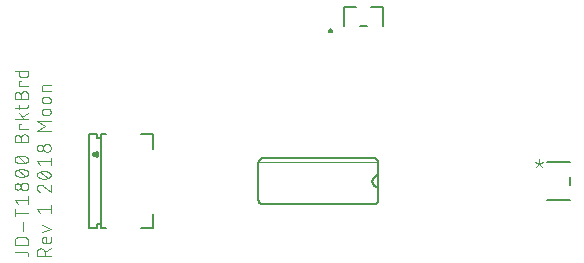
<source format=gbr>
G04 EAGLE Gerber RS-274X export*
G75*
%MOMM*%
%FSLAX34Y34*%
%LPD*%
%INSilkscreen Top*%
%IPPOS*%
%AMOC8*
5,1,8,0,0,1.08239X$1,22.5*%
G01*
%ADD10C,0.101600*%
%ADD11C,0.152400*%
%ADD12C,0.050800*%
%ADD13C,0.076200*%
%ADD14C,0.203200*%

G36*
X79708Y184592D02*
X79708Y184592D01*
X79716Y184591D01*
X79846Y184625D01*
X79976Y184657D01*
X79983Y184661D01*
X79991Y184663D01*
X80106Y184731D01*
X80223Y184798D01*
X80229Y184804D01*
X80236Y184809D01*
X80328Y184906D01*
X80421Y185002D01*
X80424Y185010D01*
X80430Y185016D01*
X80491Y185135D01*
X80554Y185253D01*
X80556Y185261D01*
X80560Y185269D01*
X80568Y185321D01*
X80613Y185531D01*
X80610Y185569D01*
X80615Y185600D01*
X80615Y189600D01*
X80614Y189608D01*
X80615Y189617D01*
X80594Y189749D01*
X80575Y189882D01*
X80572Y189889D01*
X80571Y189898D01*
X80514Y190019D01*
X80459Y190141D01*
X80454Y190147D01*
X80450Y190155D01*
X80362Y190256D01*
X80276Y190358D01*
X80268Y190363D01*
X80263Y190369D01*
X80150Y190441D01*
X80039Y190516D01*
X80031Y190518D01*
X80024Y190523D01*
X79895Y190561D01*
X79768Y190601D01*
X79759Y190602D01*
X79751Y190604D01*
X79617Y190605D01*
X79484Y190609D01*
X79475Y190606D01*
X79467Y190607D01*
X79416Y190591D01*
X79209Y190537D01*
X79176Y190517D01*
X79146Y190508D01*
X75146Y188508D01*
X75064Y188451D01*
X74977Y188402D01*
X74947Y188371D01*
X74912Y188347D01*
X74849Y188269D01*
X74780Y188198D01*
X74759Y188160D01*
X74732Y188127D01*
X74693Y188035D01*
X74646Y187947D01*
X74637Y187905D01*
X74620Y187865D01*
X74608Y187766D01*
X74587Y187669D01*
X74590Y187626D01*
X74585Y187583D01*
X74601Y187485D01*
X74608Y187385D01*
X74623Y187345D01*
X74629Y187302D01*
X74672Y187212D01*
X74706Y187119D01*
X74732Y187084D01*
X74750Y187045D01*
X74816Y186970D01*
X74875Y186890D01*
X74906Y186867D01*
X74937Y186831D01*
X75089Y186734D01*
X75146Y186692D01*
X79146Y184692D01*
X79154Y184689D01*
X79161Y184685D01*
X79289Y184644D01*
X79416Y184602D01*
X79424Y184601D01*
X79432Y184599D01*
X79567Y184595D01*
X79700Y184590D01*
X79708Y184592D01*
G37*
D10*
X9398Y105495D02*
X18486Y105495D01*
X18486Y105494D02*
X18585Y105492D01*
X18685Y105486D01*
X18784Y105477D01*
X18882Y105464D01*
X18980Y105447D01*
X19078Y105426D01*
X19174Y105401D01*
X19269Y105373D01*
X19363Y105341D01*
X19456Y105306D01*
X19548Y105267D01*
X19638Y105224D01*
X19726Y105179D01*
X19813Y105129D01*
X19897Y105077D01*
X19980Y105021D01*
X20060Y104963D01*
X20138Y104901D01*
X20213Y104836D01*
X20286Y104768D01*
X20356Y104698D01*
X20424Y104625D01*
X20489Y104550D01*
X20551Y104472D01*
X20609Y104392D01*
X20665Y104309D01*
X20717Y104225D01*
X20767Y104138D01*
X20812Y104050D01*
X20855Y103960D01*
X20894Y103868D01*
X20929Y103775D01*
X20961Y103681D01*
X20989Y103586D01*
X21014Y103490D01*
X21035Y103392D01*
X21052Y103294D01*
X21065Y103196D01*
X21074Y103097D01*
X21080Y102997D01*
X21082Y102898D01*
X21082Y101600D01*
X21082Y111149D02*
X9398Y111149D01*
X9398Y114395D01*
X9400Y114508D01*
X9406Y114621D01*
X9416Y114734D01*
X9430Y114847D01*
X9447Y114959D01*
X9469Y115070D01*
X9494Y115180D01*
X9524Y115290D01*
X9557Y115398D01*
X9594Y115505D01*
X9634Y115611D01*
X9679Y115715D01*
X9727Y115818D01*
X9778Y115919D01*
X9833Y116018D01*
X9891Y116115D01*
X9953Y116210D01*
X10018Y116303D01*
X10086Y116393D01*
X10157Y116481D01*
X10232Y116567D01*
X10309Y116650D01*
X10389Y116730D01*
X10472Y116807D01*
X10558Y116882D01*
X10646Y116953D01*
X10736Y117021D01*
X10829Y117086D01*
X10924Y117148D01*
X11021Y117206D01*
X11120Y117261D01*
X11221Y117312D01*
X11324Y117360D01*
X11428Y117405D01*
X11534Y117445D01*
X11641Y117482D01*
X11749Y117515D01*
X11859Y117545D01*
X11969Y117570D01*
X12080Y117592D01*
X12192Y117609D01*
X12305Y117623D01*
X12418Y117633D01*
X12531Y117639D01*
X12644Y117641D01*
X12644Y117640D02*
X17836Y117640D01*
X17836Y117641D02*
X17949Y117639D01*
X18062Y117633D01*
X18175Y117623D01*
X18288Y117609D01*
X18400Y117592D01*
X18511Y117570D01*
X18621Y117545D01*
X18731Y117515D01*
X18839Y117482D01*
X18946Y117445D01*
X19052Y117405D01*
X19156Y117360D01*
X19259Y117312D01*
X19360Y117261D01*
X19459Y117206D01*
X19556Y117148D01*
X19651Y117086D01*
X19744Y117021D01*
X19834Y116953D01*
X19922Y116882D01*
X20008Y116807D01*
X20091Y116730D01*
X20171Y116650D01*
X20248Y116567D01*
X20323Y116481D01*
X20394Y116393D01*
X20462Y116303D01*
X20527Y116210D01*
X20589Y116115D01*
X20647Y116018D01*
X20702Y115919D01*
X20753Y115818D01*
X20801Y115715D01*
X20846Y115611D01*
X20886Y115505D01*
X20923Y115398D01*
X20956Y115290D01*
X20986Y115180D01*
X21011Y115070D01*
X21033Y114959D01*
X21050Y114847D01*
X21064Y114734D01*
X21074Y114621D01*
X21080Y114508D01*
X21082Y114395D01*
X21082Y111149D01*
X16538Y123073D02*
X16538Y130862D01*
X21082Y138398D02*
X9398Y138398D01*
X9398Y141643D02*
X9398Y135152D01*
X11994Y145820D02*
X9398Y149066D01*
X21082Y149066D01*
X21082Y152311D02*
X21082Y145820D01*
X17836Y157250D02*
X17723Y157252D01*
X17610Y157258D01*
X17497Y157268D01*
X17384Y157282D01*
X17272Y157299D01*
X17161Y157321D01*
X17051Y157346D01*
X16941Y157376D01*
X16833Y157409D01*
X16726Y157446D01*
X16620Y157486D01*
X16516Y157531D01*
X16413Y157579D01*
X16312Y157630D01*
X16213Y157685D01*
X16116Y157743D01*
X16021Y157805D01*
X15928Y157870D01*
X15838Y157938D01*
X15750Y158009D01*
X15664Y158084D01*
X15581Y158161D01*
X15501Y158241D01*
X15424Y158324D01*
X15349Y158410D01*
X15278Y158498D01*
X15210Y158588D01*
X15145Y158681D01*
X15083Y158776D01*
X15025Y158873D01*
X14970Y158972D01*
X14919Y159073D01*
X14871Y159176D01*
X14826Y159280D01*
X14786Y159386D01*
X14749Y159493D01*
X14716Y159601D01*
X14686Y159711D01*
X14661Y159821D01*
X14639Y159932D01*
X14622Y160044D01*
X14608Y160157D01*
X14598Y160270D01*
X14592Y160383D01*
X14590Y160496D01*
X14592Y160609D01*
X14598Y160722D01*
X14608Y160835D01*
X14622Y160948D01*
X14639Y161060D01*
X14661Y161171D01*
X14686Y161281D01*
X14716Y161391D01*
X14749Y161499D01*
X14786Y161606D01*
X14826Y161712D01*
X14871Y161816D01*
X14919Y161919D01*
X14970Y162020D01*
X15025Y162119D01*
X15083Y162216D01*
X15145Y162311D01*
X15210Y162404D01*
X15278Y162494D01*
X15349Y162582D01*
X15424Y162668D01*
X15501Y162751D01*
X15581Y162831D01*
X15664Y162908D01*
X15750Y162983D01*
X15838Y163054D01*
X15928Y163122D01*
X16021Y163187D01*
X16116Y163249D01*
X16213Y163307D01*
X16312Y163362D01*
X16413Y163413D01*
X16516Y163461D01*
X16620Y163506D01*
X16726Y163546D01*
X16833Y163583D01*
X16941Y163616D01*
X17051Y163646D01*
X17161Y163671D01*
X17272Y163693D01*
X17384Y163710D01*
X17497Y163724D01*
X17610Y163734D01*
X17723Y163740D01*
X17836Y163742D01*
X17949Y163740D01*
X18062Y163734D01*
X18175Y163724D01*
X18288Y163710D01*
X18400Y163693D01*
X18511Y163671D01*
X18621Y163646D01*
X18731Y163616D01*
X18839Y163583D01*
X18946Y163546D01*
X19052Y163506D01*
X19156Y163461D01*
X19259Y163413D01*
X19360Y163362D01*
X19459Y163307D01*
X19556Y163249D01*
X19651Y163187D01*
X19744Y163122D01*
X19834Y163054D01*
X19922Y162983D01*
X20008Y162908D01*
X20091Y162831D01*
X20171Y162751D01*
X20248Y162668D01*
X20323Y162582D01*
X20394Y162494D01*
X20462Y162404D01*
X20527Y162311D01*
X20589Y162216D01*
X20647Y162119D01*
X20702Y162020D01*
X20753Y161919D01*
X20801Y161816D01*
X20846Y161712D01*
X20886Y161606D01*
X20923Y161499D01*
X20956Y161391D01*
X20986Y161281D01*
X21011Y161171D01*
X21033Y161060D01*
X21050Y160948D01*
X21064Y160835D01*
X21074Y160722D01*
X21080Y160609D01*
X21082Y160496D01*
X21080Y160383D01*
X21074Y160270D01*
X21064Y160157D01*
X21050Y160044D01*
X21033Y159932D01*
X21011Y159821D01*
X20986Y159711D01*
X20956Y159601D01*
X20923Y159493D01*
X20886Y159386D01*
X20846Y159280D01*
X20801Y159176D01*
X20753Y159073D01*
X20702Y158972D01*
X20647Y158873D01*
X20589Y158776D01*
X20527Y158681D01*
X20462Y158588D01*
X20394Y158498D01*
X20323Y158410D01*
X20248Y158324D01*
X20171Y158241D01*
X20091Y158161D01*
X20008Y158084D01*
X19922Y158009D01*
X19834Y157938D01*
X19744Y157870D01*
X19651Y157805D01*
X19556Y157743D01*
X19459Y157685D01*
X19360Y157630D01*
X19259Y157579D01*
X19156Y157531D01*
X19052Y157486D01*
X18946Y157446D01*
X18839Y157409D01*
X18731Y157376D01*
X18621Y157346D01*
X18511Y157321D01*
X18400Y157299D01*
X18288Y157282D01*
X18175Y157268D01*
X18062Y157258D01*
X17949Y157252D01*
X17836Y157250D01*
X11994Y157900D02*
X11893Y157902D01*
X11793Y157908D01*
X11693Y157918D01*
X11593Y157931D01*
X11494Y157949D01*
X11395Y157970D01*
X11298Y157995D01*
X11201Y158024D01*
X11106Y158057D01*
X11012Y158093D01*
X10920Y158133D01*
X10829Y158176D01*
X10740Y158223D01*
X10653Y158273D01*
X10567Y158327D01*
X10484Y158384D01*
X10404Y158444D01*
X10325Y158507D01*
X10249Y158574D01*
X10176Y158643D01*
X10106Y158715D01*
X10038Y158789D01*
X9973Y158866D01*
X9912Y158946D01*
X9853Y159028D01*
X9798Y159112D01*
X9746Y159198D01*
X9697Y159286D01*
X9652Y159376D01*
X9610Y159468D01*
X9572Y159561D01*
X9538Y159656D01*
X9507Y159751D01*
X9480Y159848D01*
X9457Y159946D01*
X9437Y160045D01*
X9422Y160145D01*
X9410Y160245D01*
X9402Y160345D01*
X9398Y160446D01*
X9398Y160546D01*
X9402Y160647D01*
X9410Y160747D01*
X9422Y160847D01*
X9437Y160947D01*
X9457Y161046D01*
X9480Y161144D01*
X9507Y161241D01*
X9538Y161336D01*
X9572Y161431D01*
X9610Y161524D01*
X9652Y161616D01*
X9697Y161706D01*
X9746Y161794D01*
X9798Y161880D01*
X9853Y161964D01*
X9912Y162046D01*
X9973Y162126D01*
X10038Y162203D01*
X10106Y162277D01*
X10176Y162349D01*
X10249Y162418D01*
X10325Y162485D01*
X10404Y162548D01*
X10484Y162608D01*
X10567Y162665D01*
X10653Y162719D01*
X10740Y162769D01*
X10829Y162816D01*
X10920Y162859D01*
X11012Y162899D01*
X11106Y162935D01*
X11201Y162968D01*
X11298Y162997D01*
X11395Y163022D01*
X11494Y163043D01*
X11593Y163061D01*
X11693Y163074D01*
X11793Y163084D01*
X11893Y163090D01*
X11994Y163092D01*
X12095Y163090D01*
X12195Y163084D01*
X12295Y163074D01*
X12395Y163061D01*
X12494Y163043D01*
X12593Y163022D01*
X12690Y162997D01*
X12787Y162968D01*
X12882Y162935D01*
X12976Y162899D01*
X13068Y162859D01*
X13159Y162816D01*
X13248Y162769D01*
X13335Y162719D01*
X13421Y162665D01*
X13504Y162608D01*
X13584Y162548D01*
X13663Y162485D01*
X13739Y162418D01*
X13812Y162349D01*
X13882Y162277D01*
X13950Y162203D01*
X14015Y162126D01*
X14076Y162046D01*
X14135Y161964D01*
X14190Y161880D01*
X14242Y161794D01*
X14291Y161706D01*
X14336Y161616D01*
X14378Y161524D01*
X14416Y161431D01*
X14450Y161336D01*
X14481Y161241D01*
X14508Y161144D01*
X14531Y161046D01*
X14551Y160947D01*
X14566Y160847D01*
X14578Y160747D01*
X14586Y160647D01*
X14590Y160546D01*
X14590Y160446D01*
X14586Y160345D01*
X14578Y160245D01*
X14566Y160145D01*
X14551Y160045D01*
X14531Y159946D01*
X14508Y159848D01*
X14481Y159751D01*
X14450Y159656D01*
X14416Y159561D01*
X14378Y159468D01*
X14336Y159376D01*
X14291Y159286D01*
X14242Y159198D01*
X14190Y159112D01*
X14135Y159028D01*
X14076Y158946D01*
X14015Y158866D01*
X13950Y158789D01*
X13882Y158715D01*
X13812Y158643D01*
X13739Y158574D01*
X13663Y158507D01*
X13584Y158444D01*
X13504Y158384D01*
X13421Y158327D01*
X13335Y158273D01*
X13248Y158223D01*
X13159Y158176D01*
X13068Y158133D01*
X12976Y158093D01*
X12882Y158057D01*
X12787Y158024D01*
X12690Y157995D01*
X12593Y157970D01*
X12494Y157949D01*
X12395Y157931D01*
X12295Y157918D01*
X12195Y157908D01*
X12095Y157902D01*
X11994Y157900D01*
X15240Y168680D02*
X15010Y168683D01*
X14780Y168691D01*
X14551Y168705D01*
X14322Y168724D01*
X14093Y168749D01*
X13865Y168779D01*
X13638Y168814D01*
X13412Y168855D01*
X13187Y168901D01*
X12963Y168953D01*
X12740Y169010D01*
X12519Y169072D01*
X12299Y169140D01*
X12081Y169213D01*
X11865Y169291D01*
X11651Y169374D01*
X11439Y169462D01*
X11228Y169555D01*
X11021Y169654D01*
X11021Y169653D02*
X10931Y169686D01*
X10842Y169722D01*
X10754Y169762D01*
X10669Y169806D01*
X10585Y169853D01*
X10503Y169903D01*
X10423Y169957D01*
X10346Y170013D01*
X10270Y170073D01*
X10197Y170136D01*
X10127Y170201D01*
X10059Y170270D01*
X9995Y170341D01*
X9933Y170414D01*
X9874Y170490D01*
X9818Y170568D01*
X9765Y170649D01*
X9716Y170731D01*
X9670Y170815D01*
X9627Y170902D01*
X9588Y170989D01*
X9552Y171079D01*
X9520Y171169D01*
X9492Y171261D01*
X9467Y171354D01*
X9446Y171448D01*
X9429Y171542D01*
X9415Y171637D01*
X9406Y171733D01*
X9400Y171829D01*
X9398Y171925D01*
X9400Y172021D01*
X9406Y172117D01*
X9415Y172213D01*
X9429Y172308D01*
X9446Y172402D01*
X9467Y172496D01*
X9492Y172589D01*
X9520Y172681D01*
X9552Y172771D01*
X9588Y172861D01*
X9627Y172949D01*
X9670Y173035D01*
X9716Y173119D01*
X9765Y173201D01*
X9818Y173282D01*
X9874Y173360D01*
X9933Y173436D01*
X9995Y173509D01*
X10059Y173580D01*
X10127Y173649D01*
X10197Y173714D01*
X10270Y173777D01*
X10346Y173837D01*
X10423Y173893D01*
X10503Y173947D01*
X10585Y173997D01*
X10669Y174044D01*
X10754Y174088D01*
X10842Y174128D01*
X10931Y174164D01*
X11021Y174197D01*
X11228Y174296D01*
X11439Y174389D01*
X11651Y174477D01*
X11865Y174560D01*
X12081Y174638D01*
X12299Y174711D01*
X12519Y174779D01*
X12740Y174841D01*
X12963Y174898D01*
X13187Y174950D01*
X13412Y174996D01*
X13638Y175037D01*
X13865Y175072D01*
X14093Y175102D01*
X14322Y175127D01*
X14551Y175146D01*
X14780Y175160D01*
X15010Y175168D01*
X15240Y175171D01*
X15240Y168680D02*
X15470Y168683D01*
X15700Y168691D01*
X15929Y168705D01*
X16158Y168724D01*
X16387Y168749D01*
X16615Y168779D01*
X16842Y168814D01*
X17068Y168855D01*
X17293Y168901D01*
X17517Y168953D01*
X17740Y169010D01*
X17961Y169072D01*
X18181Y169140D01*
X18399Y169213D01*
X18615Y169291D01*
X18829Y169374D01*
X19041Y169462D01*
X19252Y169555D01*
X19459Y169654D01*
X19459Y169653D02*
X19549Y169686D01*
X19638Y169722D01*
X19726Y169763D01*
X19811Y169806D01*
X19895Y169853D01*
X19977Y169903D01*
X20057Y169957D01*
X20134Y170013D01*
X20210Y170073D01*
X20283Y170136D01*
X20353Y170201D01*
X20421Y170270D01*
X20485Y170341D01*
X20547Y170414D01*
X20606Y170490D01*
X20662Y170568D01*
X20715Y170649D01*
X20764Y170731D01*
X20810Y170815D01*
X20853Y170902D01*
X20892Y170989D01*
X20928Y171079D01*
X20960Y171169D01*
X20988Y171261D01*
X21013Y171354D01*
X21034Y171448D01*
X21051Y171542D01*
X21065Y171637D01*
X21074Y171733D01*
X21080Y171829D01*
X21082Y171925D01*
X19459Y174197D02*
X19252Y174296D01*
X19041Y174389D01*
X18829Y174477D01*
X18615Y174560D01*
X18399Y174638D01*
X18181Y174711D01*
X17961Y174779D01*
X17740Y174841D01*
X17517Y174898D01*
X17293Y174950D01*
X17068Y174996D01*
X16842Y175037D01*
X16615Y175072D01*
X16387Y175102D01*
X16158Y175127D01*
X15929Y175146D01*
X15700Y175160D01*
X15470Y175168D01*
X15240Y175171D01*
X19459Y174197D02*
X19549Y174164D01*
X19638Y174128D01*
X19726Y174088D01*
X19811Y174044D01*
X19895Y173997D01*
X19977Y173947D01*
X20057Y173893D01*
X20134Y173837D01*
X20210Y173777D01*
X20283Y173714D01*
X20353Y173649D01*
X20421Y173580D01*
X20485Y173509D01*
X20547Y173436D01*
X20606Y173360D01*
X20662Y173282D01*
X20715Y173201D01*
X20764Y173119D01*
X20810Y173035D01*
X20853Y172948D01*
X20892Y172861D01*
X20928Y172771D01*
X20960Y172681D01*
X20988Y172589D01*
X21013Y172496D01*
X21034Y172402D01*
X21051Y172308D01*
X21065Y172213D01*
X21074Y172117D01*
X21080Y172021D01*
X21082Y171925D01*
X18486Y169329D02*
X11994Y174522D01*
X15240Y180110D02*
X15010Y180113D01*
X14780Y180121D01*
X14551Y180135D01*
X14322Y180154D01*
X14093Y180179D01*
X13865Y180209D01*
X13638Y180244D01*
X13412Y180285D01*
X13187Y180331D01*
X12963Y180383D01*
X12740Y180440D01*
X12519Y180502D01*
X12299Y180570D01*
X12081Y180643D01*
X11865Y180721D01*
X11651Y180804D01*
X11439Y180892D01*
X11228Y180985D01*
X11021Y181084D01*
X11021Y181083D02*
X10931Y181116D01*
X10842Y181152D01*
X10754Y181192D01*
X10669Y181236D01*
X10585Y181283D01*
X10503Y181333D01*
X10423Y181387D01*
X10346Y181443D01*
X10270Y181503D01*
X10197Y181566D01*
X10127Y181631D01*
X10059Y181700D01*
X9995Y181771D01*
X9933Y181844D01*
X9874Y181920D01*
X9818Y181998D01*
X9765Y182079D01*
X9716Y182161D01*
X9670Y182245D01*
X9627Y182332D01*
X9588Y182419D01*
X9552Y182509D01*
X9520Y182599D01*
X9492Y182691D01*
X9467Y182784D01*
X9446Y182878D01*
X9429Y182972D01*
X9415Y183067D01*
X9406Y183163D01*
X9400Y183259D01*
X9398Y183355D01*
X9400Y183451D01*
X9406Y183547D01*
X9415Y183643D01*
X9429Y183738D01*
X9446Y183832D01*
X9467Y183926D01*
X9492Y184019D01*
X9520Y184111D01*
X9552Y184201D01*
X9588Y184291D01*
X9627Y184379D01*
X9670Y184465D01*
X9716Y184549D01*
X9765Y184631D01*
X9818Y184712D01*
X9874Y184790D01*
X9933Y184866D01*
X9995Y184939D01*
X10059Y185010D01*
X10127Y185079D01*
X10197Y185144D01*
X10270Y185207D01*
X10346Y185267D01*
X10423Y185323D01*
X10503Y185377D01*
X10585Y185427D01*
X10669Y185474D01*
X10754Y185518D01*
X10842Y185558D01*
X10931Y185594D01*
X11021Y185627D01*
X11228Y185726D01*
X11439Y185819D01*
X11651Y185907D01*
X11865Y185990D01*
X12081Y186068D01*
X12299Y186141D01*
X12519Y186209D01*
X12740Y186271D01*
X12963Y186328D01*
X13187Y186380D01*
X13412Y186426D01*
X13638Y186467D01*
X13865Y186502D01*
X14093Y186532D01*
X14322Y186557D01*
X14551Y186576D01*
X14780Y186590D01*
X15010Y186598D01*
X15240Y186601D01*
X15240Y180110D02*
X15470Y180113D01*
X15700Y180121D01*
X15929Y180135D01*
X16158Y180154D01*
X16387Y180179D01*
X16615Y180209D01*
X16842Y180244D01*
X17068Y180285D01*
X17293Y180331D01*
X17517Y180383D01*
X17740Y180440D01*
X17961Y180502D01*
X18181Y180570D01*
X18399Y180643D01*
X18615Y180721D01*
X18829Y180804D01*
X19041Y180892D01*
X19252Y180985D01*
X19459Y181084D01*
X19459Y181083D02*
X19549Y181116D01*
X19638Y181152D01*
X19726Y181193D01*
X19811Y181236D01*
X19895Y181283D01*
X19977Y181333D01*
X20057Y181387D01*
X20134Y181443D01*
X20210Y181503D01*
X20283Y181566D01*
X20353Y181631D01*
X20421Y181700D01*
X20485Y181771D01*
X20547Y181844D01*
X20606Y181920D01*
X20662Y181998D01*
X20715Y182079D01*
X20764Y182161D01*
X20810Y182245D01*
X20853Y182332D01*
X20892Y182419D01*
X20928Y182509D01*
X20960Y182599D01*
X20988Y182691D01*
X21013Y182784D01*
X21034Y182878D01*
X21051Y182972D01*
X21065Y183067D01*
X21074Y183163D01*
X21080Y183259D01*
X21082Y183355D01*
X19459Y185627D02*
X19252Y185726D01*
X19041Y185819D01*
X18829Y185907D01*
X18615Y185990D01*
X18399Y186068D01*
X18181Y186141D01*
X17961Y186209D01*
X17740Y186271D01*
X17517Y186328D01*
X17293Y186380D01*
X17068Y186426D01*
X16842Y186467D01*
X16615Y186502D01*
X16387Y186532D01*
X16158Y186557D01*
X15929Y186576D01*
X15700Y186590D01*
X15470Y186598D01*
X15240Y186601D01*
X19459Y185627D02*
X19549Y185594D01*
X19638Y185558D01*
X19726Y185518D01*
X19811Y185474D01*
X19895Y185427D01*
X19977Y185377D01*
X20057Y185323D01*
X20134Y185267D01*
X20210Y185207D01*
X20283Y185144D01*
X20353Y185079D01*
X20421Y185010D01*
X20485Y184939D01*
X20547Y184866D01*
X20606Y184790D01*
X20662Y184712D01*
X20715Y184631D01*
X20764Y184549D01*
X20810Y184465D01*
X20853Y184378D01*
X20892Y184291D01*
X20928Y184201D01*
X20960Y184111D01*
X20988Y184019D01*
X21013Y183926D01*
X21034Y183832D01*
X21051Y183738D01*
X21065Y183643D01*
X21074Y183547D01*
X21080Y183451D01*
X21082Y183355D01*
X18486Y180759D02*
X11994Y185952D01*
X14591Y198186D02*
X14591Y201432D01*
X14590Y201432D02*
X14592Y201545D01*
X14598Y201658D01*
X14608Y201771D01*
X14622Y201884D01*
X14639Y201996D01*
X14661Y202107D01*
X14686Y202217D01*
X14716Y202327D01*
X14749Y202435D01*
X14786Y202542D01*
X14826Y202648D01*
X14871Y202752D01*
X14919Y202855D01*
X14970Y202956D01*
X15025Y203055D01*
X15083Y203152D01*
X15145Y203247D01*
X15210Y203340D01*
X15278Y203430D01*
X15349Y203518D01*
X15424Y203604D01*
X15501Y203687D01*
X15581Y203767D01*
X15664Y203844D01*
X15750Y203919D01*
X15838Y203990D01*
X15928Y204058D01*
X16021Y204123D01*
X16116Y204185D01*
X16213Y204243D01*
X16312Y204298D01*
X16413Y204349D01*
X16516Y204397D01*
X16620Y204442D01*
X16726Y204482D01*
X16833Y204519D01*
X16941Y204552D01*
X17051Y204582D01*
X17161Y204607D01*
X17272Y204629D01*
X17384Y204646D01*
X17497Y204660D01*
X17610Y204670D01*
X17723Y204676D01*
X17836Y204678D01*
X17949Y204676D01*
X18062Y204670D01*
X18175Y204660D01*
X18288Y204646D01*
X18400Y204629D01*
X18511Y204607D01*
X18621Y204582D01*
X18731Y204552D01*
X18839Y204519D01*
X18946Y204482D01*
X19052Y204442D01*
X19156Y204397D01*
X19259Y204349D01*
X19360Y204298D01*
X19459Y204243D01*
X19556Y204185D01*
X19651Y204123D01*
X19744Y204058D01*
X19834Y203990D01*
X19922Y203919D01*
X20008Y203844D01*
X20091Y203767D01*
X20171Y203687D01*
X20248Y203604D01*
X20323Y203518D01*
X20394Y203430D01*
X20462Y203340D01*
X20527Y203247D01*
X20589Y203152D01*
X20647Y203055D01*
X20702Y202956D01*
X20753Y202855D01*
X20801Y202752D01*
X20846Y202648D01*
X20886Y202542D01*
X20923Y202435D01*
X20956Y202327D01*
X20986Y202217D01*
X21011Y202107D01*
X21033Y201996D01*
X21050Y201884D01*
X21064Y201771D01*
X21074Y201658D01*
X21080Y201545D01*
X21082Y201432D01*
X21082Y198186D01*
X9398Y198186D01*
X9398Y201432D01*
X9400Y201533D01*
X9406Y201633D01*
X9416Y201733D01*
X9429Y201833D01*
X9447Y201932D01*
X9468Y202031D01*
X9493Y202128D01*
X9522Y202225D01*
X9555Y202320D01*
X9591Y202414D01*
X9631Y202506D01*
X9674Y202597D01*
X9721Y202686D01*
X9771Y202773D01*
X9825Y202859D01*
X9882Y202942D01*
X9942Y203022D01*
X10005Y203101D01*
X10072Y203177D01*
X10141Y203250D01*
X10213Y203320D01*
X10287Y203388D01*
X10364Y203453D01*
X10444Y203514D01*
X10526Y203573D01*
X10610Y203628D01*
X10696Y203680D01*
X10784Y203729D01*
X10874Y203774D01*
X10966Y203816D01*
X11059Y203854D01*
X11154Y203888D01*
X11249Y203919D01*
X11346Y203946D01*
X11444Y203969D01*
X11543Y203989D01*
X11643Y204004D01*
X11743Y204016D01*
X11843Y204024D01*
X11944Y204028D01*
X12044Y204028D01*
X12145Y204024D01*
X12245Y204016D01*
X12345Y204004D01*
X12445Y203989D01*
X12544Y203969D01*
X12642Y203946D01*
X12739Y203919D01*
X12834Y203888D01*
X12929Y203854D01*
X13022Y203816D01*
X13114Y203774D01*
X13204Y203729D01*
X13292Y203680D01*
X13378Y203628D01*
X13462Y203573D01*
X13544Y203514D01*
X13624Y203453D01*
X13701Y203388D01*
X13775Y203320D01*
X13847Y203250D01*
X13916Y203177D01*
X13983Y203101D01*
X14046Y203022D01*
X14106Y202942D01*
X14163Y202859D01*
X14217Y202773D01*
X14267Y202686D01*
X14314Y202597D01*
X14357Y202506D01*
X14397Y202414D01*
X14433Y202320D01*
X14466Y202225D01*
X14495Y202128D01*
X14520Y202031D01*
X14541Y201932D01*
X14559Y201833D01*
X14572Y201733D01*
X14582Y201633D01*
X14588Y201533D01*
X14590Y201432D01*
X13293Y209400D02*
X21082Y209400D01*
X13293Y209400D02*
X13293Y213295D01*
X14591Y213295D01*
X9398Y217470D02*
X21082Y217470D01*
X17187Y217470D02*
X13293Y222663D01*
X15565Y219742D02*
X21082Y222663D01*
X13293Y225893D02*
X13293Y229787D01*
X9398Y227191D02*
X19135Y227191D01*
X19222Y227193D01*
X19310Y227199D01*
X19396Y227209D01*
X19483Y227222D01*
X19568Y227240D01*
X19653Y227261D01*
X19737Y227286D01*
X19819Y227315D01*
X19900Y227348D01*
X19980Y227384D01*
X20058Y227423D01*
X20134Y227467D01*
X20208Y227513D01*
X20279Y227563D01*
X20349Y227616D01*
X20416Y227672D01*
X20480Y227731D01*
X20542Y227793D01*
X20601Y227857D01*
X20657Y227924D01*
X20710Y227994D01*
X20760Y228065D01*
X20806Y228139D01*
X20850Y228215D01*
X20889Y228293D01*
X20925Y228373D01*
X20958Y228454D01*
X20987Y228536D01*
X21012Y228620D01*
X21033Y228705D01*
X21051Y228790D01*
X21064Y228877D01*
X21074Y228963D01*
X21080Y229051D01*
X21082Y229138D01*
X21082Y229787D01*
X14591Y234762D02*
X14591Y238008D01*
X14590Y238008D02*
X14592Y238121D01*
X14598Y238234D01*
X14608Y238347D01*
X14622Y238460D01*
X14639Y238572D01*
X14661Y238683D01*
X14686Y238793D01*
X14716Y238903D01*
X14749Y239011D01*
X14786Y239118D01*
X14826Y239224D01*
X14871Y239328D01*
X14919Y239431D01*
X14970Y239532D01*
X15025Y239631D01*
X15083Y239728D01*
X15145Y239823D01*
X15210Y239916D01*
X15278Y240006D01*
X15349Y240094D01*
X15424Y240180D01*
X15501Y240263D01*
X15581Y240343D01*
X15664Y240420D01*
X15750Y240495D01*
X15838Y240566D01*
X15928Y240634D01*
X16021Y240699D01*
X16116Y240761D01*
X16213Y240819D01*
X16312Y240874D01*
X16413Y240925D01*
X16516Y240973D01*
X16620Y241018D01*
X16726Y241058D01*
X16833Y241095D01*
X16941Y241128D01*
X17051Y241158D01*
X17161Y241183D01*
X17272Y241205D01*
X17384Y241222D01*
X17497Y241236D01*
X17610Y241246D01*
X17723Y241252D01*
X17836Y241254D01*
X17949Y241252D01*
X18062Y241246D01*
X18175Y241236D01*
X18288Y241222D01*
X18400Y241205D01*
X18511Y241183D01*
X18621Y241158D01*
X18731Y241128D01*
X18839Y241095D01*
X18946Y241058D01*
X19052Y241018D01*
X19156Y240973D01*
X19259Y240925D01*
X19360Y240874D01*
X19459Y240819D01*
X19556Y240761D01*
X19651Y240699D01*
X19744Y240634D01*
X19834Y240566D01*
X19922Y240495D01*
X20008Y240420D01*
X20091Y240343D01*
X20171Y240263D01*
X20248Y240180D01*
X20323Y240094D01*
X20394Y240006D01*
X20462Y239916D01*
X20527Y239823D01*
X20589Y239728D01*
X20647Y239631D01*
X20702Y239532D01*
X20753Y239431D01*
X20801Y239328D01*
X20846Y239224D01*
X20886Y239118D01*
X20923Y239011D01*
X20956Y238903D01*
X20986Y238793D01*
X21011Y238683D01*
X21033Y238572D01*
X21050Y238460D01*
X21064Y238347D01*
X21074Y238234D01*
X21080Y238121D01*
X21082Y238008D01*
X21082Y234762D01*
X9398Y234762D01*
X9398Y238008D01*
X9400Y238109D01*
X9406Y238209D01*
X9416Y238309D01*
X9429Y238409D01*
X9447Y238508D01*
X9468Y238607D01*
X9493Y238704D01*
X9522Y238801D01*
X9555Y238896D01*
X9591Y238990D01*
X9631Y239082D01*
X9674Y239173D01*
X9721Y239262D01*
X9771Y239349D01*
X9825Y239435D01*
X9882Y239518D01*
X9942Y239598D01*
X10005Y239677D01*
X10072Y239753D01*
X10141Y239826D01*
X10213Y239896D01*
X10287Y239964D01*
X10364Y240029D01*
X10444Y240090D01*
X10526Y240149D01*
X10610Y240204D01*
X10696Y240256D01*
X10784Y240305D01*
X10874Y240350D01*
X10966Y240392D01*
X11059Y240430D01*
X11154Y240464D01*
X11249Y240495D01*
X11346Y240522D01*
X11444Y240545D01*
X11543Y240565D01*
X11643Y240580D01*
X11743Y240592D01*
X11843Y240600D01*
X11944Y240604D01*
X12044Y240604D01*
X12145Y240600D01*
X12245Y240592D01*
X12345Y240580D01*
X12445Y240565D01*
X12544Y240545D01*
X12642Y240522D01*
X12739Y240495D01*
X12834Y240464D01*
X12929Y240430D01*
X13022Y240392D01*
X13114Y240350D01*
X13204Y240305D01*
X13292Y240256D01*
X13378Y240204D01*
X13462Y240149D01*
X13544Y240090D01*
X13624Y240029D01*
X13701Y239964D01*
X13775Y239896D01*
X13847Y239826D01*
X13916Y239753D01*
X13983Y239677D01*
X14046Y239598D01*
X14106Y239518D01*
X14163Y239435D01*
X14217Y239349D01*
X14267Y239262D01*
X14314Y239173D01*
X14357Y239082D01*
X14397Y238990D01*
X14433Y238896D01*
X14466Y238801D01*
X14495Y238704D01*
X14520Y238607D01*
X14541Y238508D01*
X14559Y238409D01*
X14572Y238309D01*
X14582Y238209D01*
X14588Y238109D01*
X14590Y238008D01*
X13293Y245976D02*
X21082Y245976D01*
X13293Y245976D02*
X13293Y249871D01*
X14591Y249871D01*
X9398Y258664D02*
X21082Y258664D01*
X21082Y255418D01*
X21080Y255331D01*
X21074Y255243D01*
X21064Y255157D01*
X21051Y255070D01*
X21033Y254985D01*
X21012Y254900D01*
X20987Y254816D01*
X20958Y254734D01*
X20925Y254653D01*
X20889Y254573D01*
X20850Y254495D01*
X20806Y254419D01*
X20760Y254345D01*
X20710Y254274D01*
X20657Y254204D01*
X20601Y254137D01*
X20542Y254073D01*
X20480Y254011D01*
X20416Y253952D01*
X20349Y253896D01*
X20279Y253843D01*
X20208Y253793D01*
X20134Y253747D01*
X20058Y253703D01*
X19980Y253664D01*
X19900Y253628D01*
X19819Y253595D01*
X19737Y253566D01*
X19653Y253541D01*
X19568Y253520D01*
X19483Y253502D01*
X19396Y253489D01*
X19310Y253479D01*
X19222Y253473D01*
X19135Y253471D01*
X15240Y253471D01*
X15153Y253473D01*
X15065Y253479D01*
X14979Y253489D01*
X14892Y253502D01*
X14807Y253520D01*
X14722Y253541D01*
X14638Y253566D01*
X14556Y253595D01*
X14475Y253628D01*
X14395Y253664D01*
X14317Y253703D01*
X14241Y253747D01*
X14167Y253793D01*
X14096Y253843D01*
X14026Y253896D01*
X13959Y253952D01*
X13895Y254011D01*
X13833Y254073D01*
X13774Y254137D01*
X13718Y254204D01*
X13665Y254274D01*
X13615Y254345D01*
X13569Y254419D01*
X13525Y254495D01*
X13486Y254573D01*
X13450Y254653D01*
X13417Y254734D01*
X13388Y254816D01*
X13363Y254900D01*
X13342Y254985D01*
X13324Y255070D01*
X13311Y255157D01*
X13301Y255243D01*
X13295Y255331D01*
X13293Y255418D01*
X13293Y258664D01*
X28448Y101600D02*
X40132Y101600D01*
X28448Y101600D02*
X28448Y104846D01*
X28450Y104959D01*
X28456Y105072D01*
X28466Y105185D01*
X28480Y105298D01*
X28497Y105410D01*
X28519Y105521D01*
X28544Y105631D01*
X28574Y105741D01*
X28607Y105849D01*
X28644Y105956D01*
X28684Y106062D01*
X28729Y106166D01*
X28777Y106269D01*
X28828Y106370D01*
X28883Y106469D01*
X28941Y106566D01*
X29003Y106661D01*
X29068Y106754D01*
X29136Y106844D01*
X29207Y106932D01*
X29282Y107018D01*
X29359Y107101D01*
X29439Y107181D01*
X29522Y107258D01*
X29608Y107333D01*
X29696Y107404D01*
X29786Y107472D01*
X29879Y107537D01*
X29974Y107599D01*
X30071Y107657D01*
X30170Y107712D01*
X30271Y107763D01*
X30374Y107811D01*
X30478Y107856D01*
X30584Y107896D01*
X30691Y107933D01*
X30799Y107966D01*
X30909Y107996D01*
X31019Y108021D01*
X31130Y108043D01*
X31242Y108060D01*
X31355Y108074D01*
X31468Y108084D01*
X31581Y108090D01*
X31694Y108092D01*
X31807Y108090D01*
X31920Y108084D01*
X32033Y108074D01*
X32146Y108060D01*
X32258Y108043D01*
X32369Y108021D01*
X32479Y107996D01*
X32589Y107966D01*
X32697Y107933D01*
X32804Y107896D01*
X32910Y107856D01*
X33014Y107811D01*
X33117Y107763D01*
X33218Y107712D01*
X33317Y107657D01*
X33414Y107599D01*
X33509Y107537D01*
X33602Y107472D01*
X33692Y107404D01*
X33780Y107333D01*
X33866Y107258D01*
X33949Y107181D01*
X34029Y107101D01*
X34106Y107018D01*
X34181Y106932D01*
X34252Y106844D01*
X34320Y106754D01*
X34385Y106661D01*
X34447Y106566D01*
X34505Y106469D01*
X34560Y106370D01*
X34611Y106269D01*
X34659Y106166D01*
X34704Y106062D01*
X34744Y105956D01*
X34781Y105849D01*
X34814Y105741D01*
X34844Y105631D01*
X34869Y105521D01*
X34891Y105410D01*
X34908Y105298D01*
X34922Y105185D01*
X34932Y105072D01*
X34938Y104959D01*
X34940Y104846D01*
X34939Y104846D02*
X34939Y101600D01*
X34939Y105495D02*
X40132Y108091D01*
X40132Y114791D02*
X40132Y118036D01*
X40132Y114791D02*
X40130Y114704D01*
X40124Y114616D01*
X40114Y114530D01*
X40101Y114443D01*
X40083Y114358D01*
X40062Y114273D01*
X40037Y114189D01*
X40008Y114107D01*
X39975Y114026D01*
X39939Y113946D01*
X39900Y113868D01*
X39856Y113792D01*
X39810Y113718D01*
X39760Y113647D01*
X39707Y113577D01*
X39651Y113510D01*
X39592Y113446D01*
X39530Y113384D01*
X39466Y113325D01*
X39399Y113269D01*
X39329Y113216D01*
X39258Y113166D01*
X39184Y113120D01*
X39108Y113076D01*
X39030Y113037D01*
X38950Y113001D01*
X38869Y112968D01*
X38787Y112939D01*
X38703Y112914D01*
X38618Y112893D01*
X38533Y112875D01*
X38446Y112862D01*
X38360Y112852D01*
X38272Y112846D01*
X38185Y112844D01*
X38185Y112843D02*
X34939Y112843D01*
X34939Y112844D02*
X34838Y112846D01*
X34738Y112852D01*
X34638Y112862D01*
X34538Y112875D01*
X34439Y112893D01*
X34340Y112914D01*
X34243Y112939D01*
X34146Y112968D01*
X34051Y113001D01*
X33957Y113037D01*
X33865Y113077D01*
X33774Y113120D01*
X33685Y113167D01*
X33598Y113217D01*
X33512Y113271D01*
X33429Y113328D01*
X33349Y113388D01*
X33270Y113451D01*
X33194Y113518D01*
X33121Y113587D01*
X33051Y113659D01*
X32983Y113733D01*
X32918Y113810D01*
X32857Y113890D01*
X32798Y113972D01*
X32743Y114056D01*
X32691Y114142D01*
X32642Y114230D01*
X32597Y114320D01*
X32555Y114412D01*
X32517Y114505D01*
X32483Y114600D01*
X32452Y114695D01*
X32425Y114792D01*
X32402Y114890D01*
X32382Y114989D01*
X32367Y115089D01*
X32355Y115189D01*
X32347Y115289D01*
X32343Y115390D01*
X32343Y115490D01*
X32347Y115591D01*
X32355Y115691D01*
X32367Y115791D01*
X32382Y115891D01*
X32402Y115990D01*
X32425Y116088D01*
X32452Y116185D01*
X32483Y116280D01*
X32517Y116375D01*
X32555Y116468D01*
X32597Y116560D01*
X32642Y116650D01*
X32691Y116738D01*
X32743Y116824D01*
X32798Y116908D01*
X32857Y116990D01*
X32918Y117070D01*
X32983Y117147D01*
X33051Y117221D01*
X33121Y117293D01*
X33194Y117362D01*
X33270Y117429D01*
X33349Y117492D01*
X33429Y117552D01*
X33512Y117609D01*
X33598Y117663D01*
X33685Y117713D01*
X33774Y117760D01*
X33865Y117803D01*
X33957Y117843D01*
X34051Y117879D01*
X34146Y117912D01*
X34243Y117941D01*
X34340Y117966D01*
X34439Y117987D01*
X34538Y118005D01*
X34638Y118018D01*
X34738Y118028D01*
X34838Y118034D01*
X34939Y118036D01*
X36237Y118036D01*
X36237Y112843D01*
X32343Y122368D02*
X40132Y124965D01*
X32343Y127561D01*
X31044Y138102D02*
X28448Y141348D01*
X40132Y141348D01*
X40132Y144593D02*
X40132Y138102D01*
X28448Y159198D02*
X28450Y159305D01*
X28456Y159411D01*
X28466Y159517D01*
X28479Y159623D01*
X28497Y159729D01*
X28518Y159833D01*
X28543Y159937D01*
X28572Y160040D01*
X28604Y160141D01*
X28641Y160241D01*
X28681Y160340D01*
X28724Y160438D01*
X28771Y160534D01*
X28822Y160628D01*
X28876Y160720D01*
X28933Y160810D01*
X28993Y160898D01*
X29057Y160983D01*
X29124Y161066D01*
X29194Y161147D01*
X29266Y161225D01*
X29342Y161301D01*
X29420Y161373D01*
X29501Y161443D01*
X29584Y161510D01*
X29669Y161574D01*
X29757Y161634D01*
X29847Y161691D01*
X29939Y161745D01*
X30033Y161796D01*
X30129Y161843D01*
X30227Y161886D01*
X30326Y161926D01*
X30426Y161963D01*
X30527Y161995D01*
X30630Y162024D01*
X30734Y162049D01*
X30838Y162070D01*
X30944Y162088D01*
X31050Y162101D01*
X31156Y162111D01*
X31262Y162117D01*
X31369Y162119D01*
X28448Y159198D02*
X28450Y159077D01*
X28456Y158956D01*
X28466Y158836D01*
X28479Y158715D01*
X28497Y158596D01*
X28518Y158476D01*
X28543Y158358D01*
X28572Y158241D01*
X28605Y158124D01*
X28641Y158009D01*
X28682Y157895D01*
X28725Y157782D01*
X28773Y157670D01*
X28824Y157561D01*
X28879Y157453D01*
X28937Y157346D01*
X28998Y157242D01*
X29063Y157140D01*
X29131Y157040D01*
X29202Y156942D01*
X29276Y156846D01*
X29353Y156753D01*
X29434Y156663D01*
X29517Y156575D01*
X29603Y156490D01*
X29692Y156407D01*
X29783Y156328D01*
X29877Y156251D01*
X29973Y156178D01*
X30071Y156108D01*
X30172Y156041D01*
X30275Y155977D01*
X30380Y155917D01*
X30487Y155859D01*
X30595Y155806D01*
X30705Y155756D01*
X30817Y155710D01*
X30930Y155667D01*
X31045Y155628D01*
X33641Y161145D02*
X33563Y161224D01*
X33483Y161300D01*
X33400Y161373D01*
X33314Y161443D01*
X33227Y161510D01*
X33136Y161574D01*
X33044Y161634D01*
X32950Y161692D01*
X32853Y161746D01*
X32755Y161796D01*
X32655Y161843D01*
X32554Y161887D01*
X32451Y161927D01*
X32346Y161963D01*
X32241Y161995D01*
X32134Y162024D01*
X32027Y162049D01*
X31918Y162071D01*
X31809Y162088D01*
X31700Y162102D01*
X31590Y162111D01*
X31479Y162117D01*
X31369Y162119D01*
X33641Y161146D02*
X40132Y155628D01*
X40132Y162119D01*
X34290Y167058D02*
X34060Y167061D01*
X33830Y167069D01*
X33601Y167083D01*
X33372Y167102D01*
X33143Y167127D01*
X32915Y167157D01*
X32688Y167192D01*
X32462Y167233D01*
X32237Y167279D01*
X32013Y167331D01*
X31790Y167388D01*
X31569Y167450D01*
X31349Y167518D01*
X31131Y167591D01*
X30915Y167669D01*
X30701Y167752D01*
X30489Y167840D01*
X30278Y167933D01*
X30071Y168032D01*
X29981Y168065D01*
X29892Y168101D01*
X29804Y168141D01*
X29719Y168185D01*
X29635Y168232D01*
X29553Y168282D01*
X29473Y168336D01*
X29396Y168392D01*
X29320Y168452D01*
X29247Y168515D01*
X29177Y168580D01*
X29109Y168649D01*
X29045Y168720D01*
X28983Y168793D01*
X28924Y168869D01*
X28868Y168947D01*
X28815Y169028D01*
X28766Y169110D01*
X28720Y169194D01*
X28677Y169281D01*
X28638Y169368D01*
X28602Y169458D01*
X28570Y169548D01*
X28542Y169640D01*
X28517Y169733D01*
X28496Y169827D01*
X28479Y169921D01*
X28465Y170016D01*
X28456Y170112D01*
X28450Y170208D01*
X28448Y170304D01*
X28450Y170400D01*
X28456Y170496D01*
X28465Y170592D01*
X28479Y170687D01*
X28496Y170781D01*
X28517Y170875D01*
X28542Y170968D01*
X28570Y171060D01*
X28602Y171150D01*
X28638Y171240D01*
X28677Y171328D01*
X28720Y171414D01*
X28766Y171498D01*
X28815Y171580D01*
X28868Y171661D01*
X28924Y171739D01*
X28983Y171815D01*
X29045Y171888D01*
X29109Y171959D01*
X29177Y172028D01*
X29247Y172093D01*
X29320Y172156D01*
X29396Y172216D01*
X29473Y172272D01*
X29553Y172326D01*
X29635Y172376D01*
X29719Y172423D01*
X29804Y172467D01*
X29892Y172507D01*
X29981Y172543D01*
X30071Y172576D01*
X30278Y172675D01*
X30489Y172768D01*
X30701Y172856D01*
X30915Y172939D01*
X31131Y173017D01*
X31349Y173090D01*
X31569Y173158D01*
X31790Y173220D01*
X32013Y173277D01*
X32237Y173329D01*
X32462Y173375D01*
X32688Y173416D01*
X32915Y173451D01*
X33143Y173481D01*
X33372Y173506D01*
X33601Y173525D01*
X33830Y173539D01*
X34060Y173547D01*
X34290Y173550D01*
X34290Y167058D02*
X34520Y167061D01*
X34750Y167069D01*
X34979Y167083D01*
X35208Y167102D01*
X35437Y167127D01*
X35665Y167157D01*
X35892Y167192D01*
X36118Y167233D01*
X36343Y167279D01*
X36567Y167331D01*
X36790Y167388D01*
X37011Y167450D01*
X37231Y167518D01*
X37449Y167591D01*
X37665Y167669D01*
X37879Y167752D01*
X38091Y167840D01*
X38302Y167933D01*
X38509Y168032D01*
X38599Y168065D01*
X38688Y168101D01*
X38776Y168142D01*
X38861Y168185D01*
X38945Y168232D01*
X39027Y168282D01*
X39107Y168336D01*
X39184Y168392D01*
X39260Y168452D01*
X39333Y168515D01*
X39403Y168580D01*
X39471Y168649D01*
X39535Y168720D01*
X39597Y168793D01*
X39656Y168869D01*
X39712Y168947D01*
X39765Y169028D01*
X39814Y169110D01*
X39860Y169194D01*
X39903Y169281D01*
X39942Y169368D01*
X39978Y169458D01*
X40010Y169548D01*
X40038Y169640D01*
X40063Y169733D01*
X40084Y169827D01*
X40101Y169921D01*
X40115Y170016D01*
X40124Y170112D01*
X40130Y170208D01*
X40132Y170304D01*
X38509Y172576D02*
X38302Y172675D01*
X38091Y172768D01*
X37879Y172856D01*
X37665Y172939D01*
X37449Y173017D01*
X37231Y173090D01*
X37011Y173158D01*
X36790Y173220D01*
X36567Y173277D01*
X36343Y173329D01*
X36118Y173375D01*
X35892Y173416D01*
X35665Y173451D01*
X35437Y173481D01*
X35208Y173506D01*
X34979Y173525D01*
X34750Y173539D01*
X34520Y173547D01*
X34290Y173550D01*
X38509Y172576D02*
X38599Y172543D01*
X38688Y172507D01*
X38776Y172467D01*
X38861Y172423D01*
X38945Y172376D01*
X39027Y172326D01*
X39107Y172272D01*
X39184Y172216D01*
X39260Y172156D01*
X39333Y172093D01*
X39403Y172028D01*
X39471Y171959D01*
X39535Y171888D01*
X39597Y171815D01*
X39656Y171739D01*
X39712Y171661D01*
X39765Y171580D01*
X39814Y171498D01*
X39860Y171414D01*
X39903Y171327D01*
X39942Y171240D01*
X39978Y171150D01*
X40010Y171060D01*
X40038Y170968D01*
X40063Y170875D01*
X40084Y170781D01*
X40101Y170687D01*
X40115Y170592D01*
X40124Y170496D01*
X40130Y170400D01*
X40132Y170304D01*
X37536Y167707D02*
X31044Y172900D01*
X31044Y178488D02*
X28448Y181734D01*
X40132Y181734D01*
X40132Y184979D02*
X40132Y178488D01*
X36886Y189918D02*
X36773Y189920D01*
X36660Y189926D01*
X36547Y189936D01*
X36434Y189950D01*
X36322Y189967D01*
X36211Y189989D01*
X36101Y190014D01*
X35991Y190044D01*
X35883Y190077D01*
X35776Y190114D01*
X35670Y190154D01*
X35566Y190199D01*
X35463Y190247D01*
X35362Y190298D01*
X35263Y190353D01*
X35166Y190411D01*
X35071Y190473D01*
X34978Y190538D01*
X34888Y190606D01*
X34800Y190677D01*
X34714Y190752D01*
X34631Y190829D01*
X34551Y190909D01*
X34474Y190992D01*
X34399Y191078D01*
X34328Y191166D01*
X34260Y191256D01*
X34195Y191349D01*
X34133Y191444D01*
X34075Y191541D01*
X34020Y191640D01*
X33969Y191741D01*
X33921Y191844D01*
X33876Y191948D01*
X33836Y192054D01*
X33799Y192161D01*
X33766Y192269D01*
X33736Y192379D01*
X33711Y192489D01*
X33689Y192600D01*
X33672Y192712D01*
X33658Y192825D01*
X33648Y192938D01*
X33642Y193051D01*
X33640Y193164D01*
X33642Y193277D01*
X33648Y193390D01*
X33658Y193503D01*
X33672Y193616D01*
X33689Y193728D01*
X33711Y193839D01*
X33736Y193949D01*
X33766Y194059D01*
X33799Y194167D01*
X33836Y194274D01*
X33876Y194380D01*
X33921Y194484D01*
X33969Y194587D01*
X34020Y194688D01*
X34075Y194787D01*
X34133Y194884D01*
X34195Y194979D01*
X34260Y195072D01*
X34328Y195162D01*
X34399Y195250D01*
X34474Y195336D01*
X34551Y195419D01*
X34631Y195499D01*
X34714Y195576D01*
X34800Y195651D01*
X34888Y195722D01*
X34978Y195790D01*
X35071Y195855D01*
X35166Y195917D01*
X35263Y195975D01*
X35362Y196030D01*
X35463Y196081D01*
X35566Y196129D01*
X35670Y196174D01*
X35776Y196214D01*
X35883Y196251D01*
X35991Y196284D01*
X36101Y196314D01*
X36211Y196339D01*
X36322Y196361D01*
X36434Y196378D01*
X36547Y196392D01*
X36660Y196402D01*
X36773Y196408D01*
X36886Y196410D01*
X36999Y196408D01*
X37112Y196402D01*
X37225Y196392D01*
X37338Y196378D01*
X37450Y196361D01*
X37561Y196339D01*
X37671Y196314D01*
X37781Y196284D01*
X37889Y196251D01*
X37996Y196214D01*
X38102Y196174D01*
X38206Y196129D01*
X38309Y196081D01*
X38410Y196030D01*
X38509Y195975D01*
X38606Y195917D01*
X38701Y195855D01*
X38794Y195790D01*
X38884Y195722D01*
X38972Y195651D01*
X39058Y195576D01*
X39141Y195499D01*
X39221Y195419D01*
X39298Y195336D01*
X39373Y195250D01*
X39444Y195162D01*
X39512Y195072D01*
X39577Y194979D01*
X39639Y194884D01*
X39697Y194787D01*
X39752Y194688D01*
X39803Y194587D01*
X39851Y194484D01*
X39896Y194380D01*
X39936Y194274D01*
X39973Y194167D01*
X40006Y194059D01*
X40036Y193949D01*
X40061Y193839D01*
X40083Y193728D01*
X40100Y193616D01*
X40114Y193503D01*
X40124Y193390D01*
X40130Y193277D01*
X40132Y193164D01*
X40130Y193051D01*
X40124Y192938D01*
X40114Y192825D01*
X40100Y192712D01*
X40083Y192600D01*
X40061Y192489D01*
X40036Y192379D01*
X40006Y192269D01*
X39973Y192161D01*
X39936Y192054D01*
X39896Y191948D01*
X39851Y191844D01*
X39803Y191741D01*
X39752Y191640D01*
X39697Y191541D01*
X39639Y191444D01*
X39577Y191349D01*
X39512Y191256D01*
X39444Y191166D01*
X39373Y191078D01*
X39298Y190992D01*
X39221Y190909D01*
X39141Y190829D01*
X39058Y190752D01*
X38972Y190677D01*
X38884Y190606D01*
X38794Y190538D01*
X38701Y190473D01*
X38606Y190411D01*
X38509Y190353D01*
X38410Y190298D01*
X38309Y190247D01*
X38206Y190199D01*
X38102Y190154D01*
X37996Y190114D01*
X37889Y190077D01*
X37781Y190044D01*
X37671Y190014D01*
X37561Y189989D01*
X37450Y189967D01*
X37338Y189950D01*
X37225Y189936D01*
X37112Y189926D01*
X36999Y189920D01*
X36886Y189918D01*
X31044Y190568D02*
X30943Y190570D01*
X30843Y190576D01*
X30743Y190586D01*
X30643Y190599D01*
X30544Y190617D01*
X30445Y190638D01*
X30348Y190663D01*
X30251Y190692D01*
X30156Y190725D01*
X30062Y190761D01*
X29970Y190801D01*
X29879Y190844D01*
X29790Y190891D01*
X29703Y190941D01*
X29617Y190995D01*
X29534Y191052D01*
X29454Y191112D01*
X29375Y191175D01*
X29299Y191242D01*
X29226Y191311D01*
X29156Y191383D01*
X29088Y191457D01*
X29023Y191534D01*
X28962Y191614D01*
X28903Y191696D01*
X28848Y191780D01*
X28796Y191866D01*
X28747Y191954D01*
X28702Y192044D01*
X28660Y192136D01*
X28622Y192229D01*
X28588Y192324D01*
X28557Y192419D01*
X28530Y192516D01*
X28507Y192614D01*
X28487Y192713D01*
X28472Y192813D01*
X28460Y192913D01*
X28452Y193013D01*
X28448Y193114D01*
X28448Y193214D01*
X28452Y193315D01*
X28460Y193415D01*
X28472Y193515D01*
X28487Y193615D01*
X28507Y193714D01*
X28530Y193812D01*
X28557Y193909D01*
X28588Y194004D01*
X28622Y194099D01*
X28660Y194192D01*
X28702Y194284D01*
X28747Y194374D01*
X28796Y194462D01*
X28848Y194548D01*
X28903Y194632D01*
X28962Y194714D01*
X29023Y194794D01*
X29088Y194871D01*
X29156Y194945D01*
X29226Y195017D01*
X29299Y195086D01*
X29375Y195153D01*
X29454Y195216D01*
X29534Y195276D01*
X29617Y195333D01*
X29703Y195387D01*
X29790Y195437D01*
X29879Y195484D01*
X29970Y195527D01*
X30062Y195567D01*
X30156Y195603D01*
X30251Y195636D01*
X30348Y195665D01*
X30445Y195690D01*
X30544Y195711D01*
X30643Y195729D01*
X30743Y195742D01*
X30843Y195752D01*
X30943Y195758D01*
X31044Y195760D01*
X31145Y195758D01*
X31245Y195752D01*
X31345Y195742D01*
X31445Y195729D01*
X31544Y195711D01*
X31643Y195690D01*
X31740Y195665D01*
X31837Y195636D01*
X31932Y195603D01*
X32026Y195567D01*
X32118Y195527D01*
X32209Y195484D01*
X32298Y195437D01*
X32385Y195387D01*
X32471Y195333D01*
X32554Y195276D01*
X32634Y195216D01*
X32713Y195153D01*
X32789Y195086D01*
X32862Y195017D01*
X32932Y194945D01*
X33000Y194871D01*
X33065Y194794D01*
X33126Y194714D01*
X33185Y194632D01*
X33240Y194548D01*
X33292Y194462D01*
X33341Y194374D01*
X33386Y194284D01*
X33428Y194192D01*
X33466Y194099D01*
X33500Y194004D01*
X33531Y193909D01*
X33558Y193812D01*
X33581Y193714D01*
X33601Y193615D01*
X33616Y193515D01*
X33628Y193415D01*
X33636Y193315D01*
X33640Y193214D01*
X33640Y193114D01*
X33636Y193013D01*
X33628Y192913D01*
X33616Y192813D01*
X33601Y192713D01*
X33581Y192614D01*
X33558Y192516D01*
X33531Y192419D01*
X33500Y192324D01*
X33466Y192229D01*
X33428Y192136D01*
X33386Y192044D01*
X33341Y191954D01*
X33292Y191866D01*
X33240Y191780D01*
X33185Y191696D01*
X33126Y191614D01*
X33065Y191534D01*
X33000Y191457D01*
X32932Y191383D01*
X32862Y191311D01*
X32789Y191242D01*
X32713Y191175D01*
X32634Y191112D01*
X32554Y191052D01*
X32471Y190995D01*
X32385Y190941D01*
X32298Y190891D01*
X32209Y190844D01*
X32118Y190801D01*
X32026Y190761D01*
X31932Y190725D01*
X31837Y190692D01*
X31740Y190663D01*
X31643Y190638D01*
X31544Y190617D01*
X31445Y190599D01*
X31345Y190586D01*
X31245Y190576D01*
X31145Y190570D01*
X31044Y190568D01*
X28448Y207938D02*
X40132Y207938D01*
X34939Y211833D02*
X28448Y207938D01*
X34939Y211833D02*
X28448Y215727D01*
X40132Y215727D01*
X37536Y221047D02*
X34939Y221047D01*
X34939Y221048D02*
X34838Y221050D01*
X34738Y221056D01*
X34638Y221066D01*
X34538Y221079D01*
X34439Y221097D01*
X34340Y221118D01*
X34243Y221143D01*
X34146Y221172D01*
X34051Y221205D01*
X33957Y221241D01*
X33865Y221281D01*
X33774Y221324D01*
X33685Y221371D01*
X33598Y221421D01*
X33512Y221475D01*
X33429Y221532D01*
X33349Y221592D01*
X33270Y221655D01*
X33194Y221722D01*
X33121Y221791D01*
X33051Y221863D01*
X32983Y221937D01*
X32918Y222014D01*
X32857Y222094D01*
X32798Y222176D01*
X32743Y222260D01*
X32691Y222346D01*
X32642Y222434D01*
X32597Y222524D01*
X32555Y222616D01*
X32517Y222709D01*
X32483Y222804D01*
X32452Y222899D01*
X32425Y222996D01*
X32402Y223094D01*
X32382Y223193D01*
X32367Y223293D01*
X32355Y223393D01*
X32347Y223493D01*
X32343Y223594D01*
X32343Y223694D01*
X32347Y223795D01*
X32355Y223895D01*
X32367Y223995D01*
X32382Y224095D01*
X32402Y224194D01*
X32425Y224292D01*
X32452Y224389D01*
X32483Y224484D01*
X32517Y224579D01*
X32555Y224672D01*
X32597Y224764D01*
X32642Y224854D01*
X32691Y224942D01*
X32743Y225028D01*
X32798Y225112D01*
X32857Y225194D01*
X32918Y225274D01*
X32983Y225351D01*
X33051Y225425D01*
X33121Y225497D01*
X33194Y225566D01*
X33270Y225633D01*
X33349Y225696D01*
X33429Y225756D01*
X33512Y225813D01*
X33598Y225867D01*
X33685Y225917D01*
X33774Y225964D01*
X33865Y226007D01*
X33957Y226047D01*
X34051Y226083D01*
X34146Y226116D01*
X34243Y226145D01*
X34340Y226170D01*
X34439Y226191D01*
X34538Y226209D01*
X34638Y226222D01*
X34738Y226232D01*
X34838Y226238D01*
X34939Y226240D01*
X37536Y226240D01*
X37637Y226238D01*
X37737Y226232D01*
X37837Y226222D01*
X37937Y226209D01*
X38036Y226191D01*
X38135Y226170D01*
X38232Y226145D01*
X38329Y226116D01*
X38424Y226083D01*
X38518Y226047D01*
X38610Y226007D01*
X38701Y225964D01*
X38790Y225917D01*
X38877Y225867D01*
X38963Y225813D01*
X39046Y225756D01*
X39126Y225696D01*
X39205Y225633D01*
X39281Y225566D01*
X39354Y225497D01*
X39424Y225425D01*
X39492Y225351D01*
X39557Y225274D01*
X39618Y225194D01*
X39677Y225112D01*
X39732Y225028D01*
X39784Y224942D01*
X39833Y224854D01*
X39878Y224764D01*
X39920Y224672D01*
X39958Y224579D01*
X39992Y224484D01*
X40023Y224389D01*
X40050Y224292D01*
X40073Y224194D01*
X40093Y224095D01*
X40108Y223995D01*
X40120Y223895D01*
X40128Y223795D01*
X40132Y223694D01*
X40132Y223594D01*
X40128Y223493D01*
X40120Y223393D01*
X40108Y223293D01*
X40093Y223193D01*
X40073Y223094D01*
X40050Y222996D01*
X40023Y222899D01*
X39992Y222804D01*
X39958Y222709D01*
X39920Y222616D01*
X39878Y222524D01*
X39833Y222434D01*
X39784Y222346D01*
X39732Y222260D01*
X39677Y222176D01*
X39618Y222094D01*
X39557Y222014D01*
X39492Y221937D01*
X39424Y221863D01*
X39354Y221791D01*
X39281Y221722D01*
X39205Y221655D01*
X39126Y221592D01*
X39046Y221532D01*
X38963Y221475D01*
X38877Y221421D01*
X38790Y221371D01*
X38701Y221324D01*
X38610Y221281D01*
X38518Y221241D01*
X38424Y221205D01*
X38329Y221172D01*
X38232Y221143D01*
X38135Y221118D01*
X38036Y221097D01*
X37937Y221079D01*
X37837Y221066D01*
X37737Y221056D01*
X37637Y221050D01*
X37536Y221048D01*
X37536Y230953D02*
X34939Y230953D01*
X34939Y230954D02*
X34838Y230956D01*
X34738Y230962D01*
X34638Y230972D01*
X34538Y230985D01*
X34439Y231003D01*
X34340Y231024D01*
X34243Y231049D01*
X34146Y231078D01*
X34051Y231111D01*
X33957Y231147D01*
X33865Y231187D01*
X33774Y231230D01*
X33685Y231277D01*
X33598Y231327D01*
X33512Y231381D01*
X33429Y231438D01*
X33349Y231498D01*
X33270Y231561D01*
X33194Y231628D01*
X33121Y231697D01*
X33051Y231769D01*
X32983Y231843D01*
X32918Y231920D01*
X32857Y232000D01*
X32798Y232082D01*
X32743Y232166D01*
X32691Y232252D01*
X32642Y232340D01*
X32597Y232430D01*
X32555Y232522D01*
X32517Y232615D01*
X32483Y232710D01*
X32452Y232805D01*
X32425Y232902D01*
X32402Y233000D01*
X32382Y233099D01*
X32367Y233199D01*
X32355Y233299D01*
X32347Y233399D01*
X32343Y233500D01*
X32343Y233600D01*
X32347Y233701D01*
X32355Y233801D01*
X32367Y233901D01*
X32382Y234001D01*
X32402Y234100D01*
X32425Y234198D01*
X32452Y234295D01*
X32483Y234390D01*
X32517Y234485D01*
X32555Y234578D01*
X32597Y234670D01*
X32642Y234760D01*
X32691Y234848D01*
X32743Y234934D01*
X32798Y235018D01*
X32857Y235100D01*
X32918Y235180D01*
X32983Y235257D01*
X33051Y235331D01*
X33121Y235403D01*
X33194Y235472D01*
X33270Y235539D01*
X33349Y235602D01*
X33429Y235662D01*
X33512Y235719D01*
X33598Y235773D01*
X33685Y235823D01*
X33774Y235870D01*
X33865Y235913D01*
X33957Y235953D01*
X34051Y235989D01*
X34146Y236022D01*
X34243Y236051D01*
X34340Y236076D01*
X34439Y236097D01*
X34538Y236115D01*
X34638Y236128D01*
X34738Y236138D01*
X34838Y236144D01*
X34939Y236146D01*
X37536Y236146D01*
X37637Y236144D01*
X37737Y236138D01*
X37837Y236128D01*
X37937Y236115D01*
X38036Y236097D01*
X38135Y236076D01*
X38232Y236051D01*
X38329Y236022D01*
X38424Y235989D01*
X38518Y235953D01*
X38610Y235913D01*
X38701Y235870D01*
X38790Y235823D01*
X38877Y235773D01*
X38963Y235719D01*
X39046Y235662D01*
X39126Y235602D01*
X39205Y235539D01*
X39281Y235472D01*
X39354Y235403D01*
X39424Y235331D01*
X39492Y235257D01*
X39557Y235180D01*
X39618Y235100D01*
X39677Y235018D01*
X39732Y234934D01*
X39784Y234848D01*
X39833Y234760D01*
X39878Y234670D01*
X39920Y234578D01*
X39958Y234485D01*
X39992Y234390D01*
X40023Y234295D01*
X40050Y234198D01*
X40073Y234100D01*
X40093Y234001D01*
X40108Y233901D01*
X40120Y233801D01*
X40128Y233701D01*
X40132Y233600D01*
X40132Y233500D01*
X40128Y233399D01*
X40120Y233299D01*
X40108Y233199D01*
X40093Y233099D01*
X40073Y233000D01*
X40050Y232902D01*
X40023Y232805D01*
X39992Y232710D01*
X39958Y232615D01*
X39920Y232522D01*
X39878Y232430D01*
X39833Y232340D01*
X39784Y232252D01*
X39732Y232166D01*
X39677Y232082D01*
X39618Y232000D01*
X39557Y231920D01*
X39492Y231843D01*
X39424Y231769D01*
X39354Y231697D01*
X39281Y231628D01*
X39205Y231561D01*
X39126Y231498D01*
X39046Y231438D01*
X38963Y231381D01*
X38877Y231327D01*
X38790Y231277D01*
X38701Y231230D01*
X38610Y231187D01*
X38518Y231147D01*
X38424Y231111D01*
X38329Y231078D01*
X38232Y231049D01*
X38135Y231024D01*
X38036Y231003D01*
X37937Y230985D01*
X37837Y230972D01*
X37737Y230962D01*
X37637Y230956D01*
X37536Y230954D01*
X40132Y241240D02*
X32343Y241240D01*
X32343Y244486D01*
X32345Y244573D01*
X32351Y244661D01*
X32361Y244747D01*
X32374Y244834D01*
X32392Y244919D01*
X32413Y245004D01*
X32438Y245088D01*
X32467Y245170D01*
X32500Y245251D01*
X32536Y245331D01*
X32575Y245409D01*
X32619Y245485D01*
X32665Y245559D01*
X32715Y245630D01*
X32768Y245700D01*
X32824Y245767D01*
X32883Y245831D01*
X32944Y245893D01*
X33009Y245952D01*
X33076Y246008D01*
X33146Y246061D01*
X33217Y246111D01*
X33291Y246157D01*
X33367Y246201D01*
X33445Y246240D01*
X33525Y246276D01*
X33606Y246309D01*
X33688Y246338D01*
X33772Y246363D01*
X33857Y246384D01*
X33942Y246402D01*
X34029Y246415D01*
X34115Y246425D01*
X34203Y246431D01*
X34290Y246433D01*
X40132Y246433D01*
D11*
X219710Y145542D02*
X313690Y145542D01*
X219710Y184658D02*
X219588Y184656D01*
X219466Y184650D01*
X219344Y184640D01*
X219223Y184627D01*
X219102Y184609D01*
X218982Y184588D01*
X218862Y184562D01*
X218744Y184533D01*
X218626Y184501D01*
X218509Y184464D01*
X218394Y184424D01*
X218280Y184380D01*
X218168Y184332D01*
X218057Y184281D01*
X217948Y184226D01*
X217840Y184168D01*
X217735Y184106D01*
X217632Y184041D01*
X217530Y183973D01*
X217431Y183901D01*
X217335Y183827D01*
X217240Y183749D01*
X217149Y183668D01*
X217059Y183585D01*
X216973Y183499D01*
X216890Y183409D01*
X216809Y183318D01*
X216731Y183223D01*
X216657Y183127D01*
X216585Y183028D01*
X216517Y182926D01*
X216452Y182823D01*
X216390Y182718D01*
X216332Y182610D01*
X216277Y182501D01*
X216226Y182390D01*
X216178Y182278D01*
X216134Y182164D01*
X216094Y182049D01*
X216057Y181932D01*
X216025Y181814D01*
X215996Y181696D01*
X215970Y181576D01*
X215949Y181456D01*
X215931Y181335D01*
X215918Y181214D01*
X215908Y181092D01*
X215902Y180970D01*
X215900Y180848D01*
X313690Y145542D02*
X313812Y145544D01*
X313934Y145550D01*
X314056Y145560D01*
X314177Y145573D01*
X314298Y145591D01*
X314418Y145612D01*
X314538Y145638D01*
X314656Y145667D01*
X314774Y145699D01*
X314891Y145736D01*
X315006Y145776D01*
X315120Y145820D01*
X315232Y145868D01*
X315343Y145919D01*
X315452Y145974D01*
X315560Y146032D01*
X315665Y146094D01*
X315768Y146159D01*
X315870Y146227D01*
X315969Y146299D01*
X316065Y146373D01*
X316160Y146451D01*
X316251Y146532D01*
X316341Y146615D01*
X316427Y146701D01*
X316510Y146791D01*
X316591Y146882D01*
X316669Y146977D01*
X316743Y147073D01*
X316815Y147172D01*
X316883Y147274D01*
X316948Y147377D01*
X317010Y147482D01*
X317068Y147590D01*
X317123Y147699D01*
X317174Y147810D01*
X317222Y147922D01*
X317266Y148036D01*
X317306Y148151D01*
X317343Y148268D01*
X317375Y148386D01*
X317404Y148504D01*
X317430Y148624D01*
X317451Y148744D01*
X317469Y148865D01*
X317482Y148986D01*
X317492Y149108D01*
X317498Y149230D01*
X317500Y149352D01*
X219710Y145542D02*
X219588Y145544D01*
X219466Y145550D01*
X219344Y145560D01*
X219223Y145573D01*
X219102Y145591D01*
X218982Y145612D01*
X218862Y145638D01*
X218744Y145667D01*
X218626Y145699D01*
X218509Y145736D01*
X218394Y145776D01*
X218280Y145820D01*
X218168Y145868D01*
X218057Y145919D01*
X217948Y145974D01*
X217840Y146032D01*
X217735Y146094D01*
X217632Y146159D01*
X217530Y146227D01*
X217431Y146299D01*
X217335Y146373D01*
X217240Y146451D01*
X217149Y146532D01*
X217059Y146615D01*
X216973Y146701D01*
X216890Y146791D01*
X216809Y146882D01*
X216731Y146977D01*
X216657Y147073D01*
X216585Y147172D01*
X216517Y147274D01*
X216452Y147377D01*
X216390Y147482D01*
X216332Y147590D01*
X216277Y147699D01*
X216226Y147810D01*
X216178Y147922D01*
X216134Y148036D01*
X216094Y148151D01*
X216057Y148268D01*
X216025Y148386D01*
X215996Y148504D01*
X215970Y148624D01*
X215949Y148744D01*
X215931Y148865D01*
X215918Y148986D01*
X215908Y149108D01*
X215902Y149230D01*
X215900Y149352D01*
X313690Y184658D02*
X313812Y184656D01*
X313934Y184650D01*
X314056Y184640D01*
X314177Y184627D01*
X314298Y184609D01*
X314418Y184588D01*
X314538Y184562D01*
X314656Y184533D01*
X314774Y184501D01*
X314891Y184464D01*
X315006Y184424D01*
X315120Y184380D01*
X315232Y184332D01*
X315343Y184281D01*
X315452Y184226D01*
X315560Y184168D01*
X315665Y184106D01*
X315768Y184041D01*
X315870Y183973D01*
X315969Y183901D01*
X316065Y183827D01*
X316160Y183749D01*
X316251Y183668D01*
X316341Y183585D01*
X316427Y183499D01*
X316510Y183409D01*
X316591Y183318D01*
X316669Y183223D01*
X316743Y183127D01*
X316815Y183028D01*
X316883Y182926D01*
X316948Y182823D01*
X317010Y182718D01*
X317068Y182610D01*
X317123Y182501D01*
X317174Y182390D01*
X317222Y182278D01*
X317266Y182164D01*
X317306Y182049D01*
X317343Y181932D01*
X317375Y181814D01*
X317404Y181696D01*
X317430Y181576D01*
X317451Y181456D01*
X317469Y181335D01*
X317482Y181214D01*
X317492Y181092D01*
X317498Y180970D01*
X317500Y180848D01*
X313690Y184658D02*
X219710Y184658D01*
X215900Y180848D02*
X215900Y149352D01*
X317500Y149352D02*
X317500Y160020D01*
X317500Y170180D01*
X317500Y180848D01*
X317500Y170180D02*
X317359Y170178D01*
X317218Y170172D01*
X317077Y170162D01*
X316936Y170149D01*
X316796Y170131D01*
X316657Y170109D01*
X316518Y170084D01*
X316379Y170055D01*
X316242Y170022D01*
X316106Y169985D01*
X315971Y169944D01*
X315836Y169900D01*
X315704Y169852D01*
X315572Y169800D01*
X315442Y169745D01*
X315314Y169686D01*
X315187Y169623D01*
X315063Y169557D01*
X314940Y169488D01*
X314819Y169415D01*
X314700Y169339D01*
X314583Y169259D01*
X314469Y169176D01*
X314356Y169091D01*
X314247Y169002D01*
X314139Y168910D01*
X314035Y168815D01*
X313933Y168717D01*
X313834Y168616D01*
X313737Y168513D01*
X313644Y168407D01*
X313554Y168299D01*
X313466Y168188D01*
X313382Y168075D01*
X313301Y167959D01*
X313223Y167841D01*
X313148Y167721D01*
X313077Y167599D01*
X313009Y167475D01*
X312945Y167349D01*
X312884Y167222D01*
X312827Y167093D01*
X312774Y166962D01*
X312724Y166830D01*
X312677Y166697D01*
X312635Y166562D01*
X312596Y166426D01*
X312561Y166289D01*
X312530Y166152D01*
X312503Y166013D01*
X312479Y165874D01*
X312460Y165734D01*
X312444Y165594D01*
X312432Y165453D01*
X312424Y165312D01*
X312420Y165171D01*
X312420Y165029D01*
X312424Y164888D01*
X312432Y164747D01*
X312444Y164606D01*
X312460Y164466D01*
X312479Y164326D01*
X312503Y164187D01*
X312530Y164048D01*
X312561Y163911D01*
X312596Y163774D01*
X312635Y163638D01*
X312677Y163503D01*
X312724Y163370D01*
X312774Y163238D01*
X312827Y163107D01*
X312884Y162978D01*
X312945Y162851D01*
X313009Y162725D01*
X313077Y162601D01*
X313148Y162479D01*
X313223Y162359D01*
X313301Y162241D01*
X313382Y162125D01*
X313466Y162012D01*
X313554Y161901D01*
X313644Y161793D01*
X313737Y161687D01*
X313834Y161584D01*
X313933Y161483D01*
X314035Y161385D01*
X314139Y161290D01*
X314247Y161198D01*
X314356Y161109D01*
X314469Y161024D01*
X314583Y160941D01*
X314700Y160861D01*
X314819Y160785D01*
X314940Y160712D01*
X315063Y160643D01*
X315187Y160577D01*
X315314Y160514D01*
X315442Y160455D01*
X315572Y160400D01*
X315704Y160348D01*
X315836Y160300D01*
X315971Y160256D01*
X316106Y160215D01*
X316242Y160178D01*
X316379Y160145D01*
X316518Y160116D01*
X316657Y160091D01*
X316796Y160069D01*
X316936Y160051D01*
X317077Y160038D01*
X317218Y160028D01*
X317359Y160022D01*
X317500Y160020D01*
D12*
X317500Y181102D02*
X215900Y181102D01*
D11*
X460248Y148844D02*
X479552Y148844D01*
X479552Y161798D02*
X479552Y168402D01*
X479552Y181356D02*
X460248Y181356D01*
D13*
X453355Y179776D02*
X453355Y183755D01*
X453355Y179776D02*
X455676Y176791D01*
X453355Y179776D02*
X451033Y176791D01*
X453355Y179776D02*
X457002Y181102D01*
X453355Y179776D02*
X449707Y181102D01*
D11*
X308102Y296672D02*
X301498Y296672D01*
X321056Y296672D02*
X321056Y312928D01*
X310896Y312928D01*
X288544Y312928D02*
X288544Y296672D01*
X288544Y312928D02*
X298704Y312928D01*
X278384Y292354D02*
X278382Y292284D01*
X278376Y292214D01*
X278367Y292145D01*
X278353Y292076D01*
X278336Y292008D01*
X278315Y291942D01*
X278291Y291876D01*
X278263Y291812D01*
X278231Y291750D01*
X278196Y291689D01*
X278158Y291630D01*
X278116Y291574D01*
X278072Y291520D01*
X278024Y291468D01*
X277974Y291420D01*
X277921Y291374D01*
X277866Y291331D01*
X277809Y291291D01*
X277749Y291254D01*
X277687Y291221D01*
X277624Y291191D01*
X277559Y291165D01*
X277493Y291142D01*
X277426Y291123D01*
X277357Y291108D01*
X277288Y291096D01*
X277219Y291088D01*
X277149Y291084D01*
X277079Y291084D01*
X277009Y291088D01*
X276940Y291096D01*
X276871Y291108D01*
X276802Y291123D01*
X276735Y291142D01*
X276669Y291165D01*
X276604Y291191D01*
X276541Y291221D01*
X276479Y291254D01*
X276419Y291291D01*
X276362Y291331D01*
X276307Y291374D01*
X276254Y291420D01*
X276204Y291468D01*
X276156Y291520D01*
X276112Y291574D01*
X276070Y291630D01*
X276032Y291689D01*
X275997Y291750D01*
X275965Y291812D01*
X275937Y291876D01*
X275913Y291942D01*
X275892Y292008D01*
X275875Y292076D01*
X275861Y292145D01*
X275852Y292214D01*
X275846Y292284D01*
X275844Y292354D01*
X275846Y292424D01*
X275852Y292494D01*
X275861Y292563D01*
X275875Y292632D01*
X275892Y292700D01*
X275913Y292766D01*
X275937Y292832D01*
X275965Y292896D01*
X275997Y292958D01*
X276032Y293019D01*
X276070Y293078D01*
X276112Y293134D01*
X276156Y293188D01*
X276204Y293240D01*
X276254Y293288D01*
X276307Y293334D01*
X276362Y293377D01*
X276419Y293417D01*
X276479Y293454D01*
X276541Y293487D01*
X276604Y293517D01*
X276669Y293543D01*
X276735Y293566D01*
X276802Y293585D01*
X276871Y293600D01*
X276940Y293612D01*
X277009Y293620D01*
X277079Y293624D01*
X277149Y293624D01*
X277219Y293620D01*
X277288Y293612D01*
X277357Y293600D01*
X277426Y293585D01*
X277493Y293566D01*
X277559Y293543D01*
X277624Y293517D01*
X277687Y293487D01*
X277749Y293454D01*
X277809Y293417D01*
X277866Y293377D01*
X277921Y293334D01*
X277974Y293288D01*
X278024Y293240D01*
X278072Y293188D01*
X278116Y293134D01*
X278158Y293078D01*
X278196Y293019D01*
X278231Y292958D01*
X278263Y292896D01*
X278291Y292832D01*
X278315Y292766D01*
X278336Y292700D01*
X278353Y292632D01*
X278367Y292563D01*
X278376Y292494D01*
X278382Y292424D01*
X278384Y292354D01*
D14*
X82600Y204600D02*
X82600Y201600D01*
X79600Y201600D01*
X79600Y204600D01*
X72600Y204600D01*
X72600Y125600D02*
X79600Y125600D01*
X79600Y128600D01*
X82600Y128600D01*
X82600Y125600D01*
X82600Y128600D02*
X82600Y201600D01*
X72600Y204600D02*
X72600Y125600D01*
X116600Y204600D02*
X126600Y204600D01*
X126600Y192600D01*
X126600Y125600D02*
X116600Y125600D01*
X126600Y125600D02*
X126600Y137600D01*
X86600Y204600D02*
X82600Y204600D01*
X82600Y125600D02*
X86600Y125600D01*
M02*

</source>
